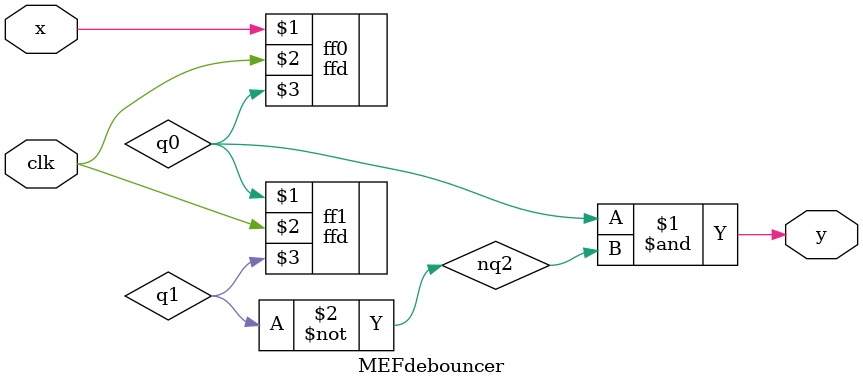
<source format=v>
module MEFdebouncer(x, y, clk);
	input x;
	input clk;
	output y;

	wire q0, q1, q2, nq2 ;
	
	ffd ff0(x,clk, q0);
	ffd ff1(q0,clk, q1);

	
	not (nq2,q1);
	
	assign y = q0 & nq2;
		
endmodule 
	

</source>
